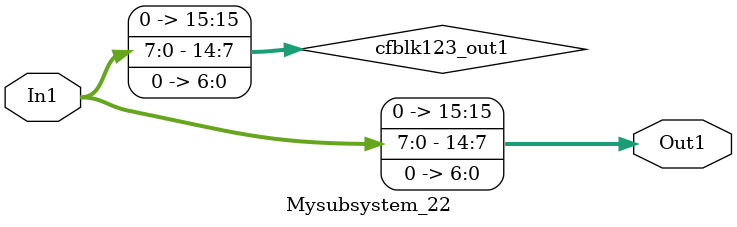
<source format=v>



`timescale 1 ns / 1 ns

module Mysubsystem_22
          (In1,
           Out1);


  input   [7:0] In1;  // uint8
  output  [15:0] Out1;  // ufix16_En7


  wire [15:0] cfblk123_out1;  // ufix16_En7


  assign cfblk123_out1 = {1'b0, {In1, 7'b0000000}};



  assign Out1 = cfblk123_out1;

endmodule  // Mysubsystem_22


</source>
